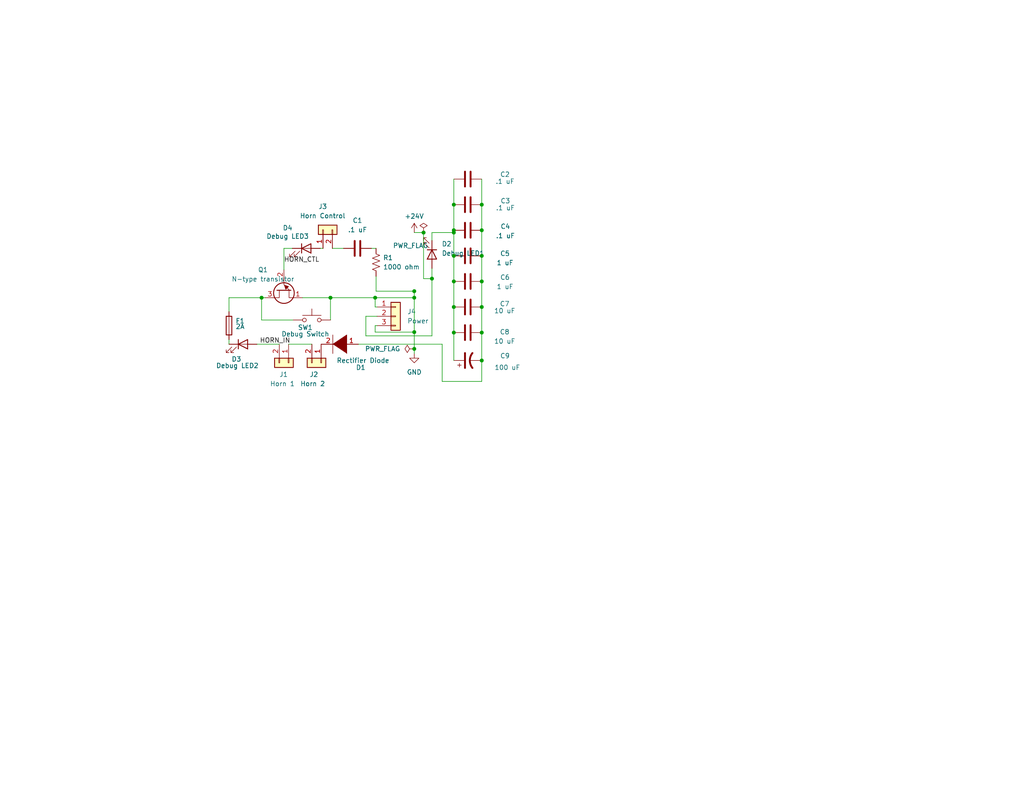
<source format=kicad_sch>
(kicad_sch (version 20230121) (generator eeschema)
  (paper "USLetter")
  (title_block (title "Template") (date "2023-09-23") (rev "1.0") (company "Illini Solar Car") (comment 1 "Designed By: Jake Ashpole"))
  (lib_symbols
    (symbol "Connector_Generic:Conn_01x02" (pin_names (offset 1.016) hide)
      (property "Reference" "J" (at 0 2.54 0))
      (property "Value" "Conn_01x02" (at 0 -5.08 0))
      (symbol "Conn_01x02_1_1"
        (rectangle (start -1.27 -2.413) (end 0 -2.667) (stroke (width 0.1524)))
        (rectangle (start -1.27 0.127) (end 0 -0.127) (stroke (width 0.1524)))
        (rectangle (start -1.27 1.27) (end 1.27 -3.81) (stroke (width 0.254)) (fill (type background)))
        (pin passive line (at -5.08 0 0) (length 3.81) (name "Pin_1") (number "1"))
        (pin passive line (at -5.08 -2.54 0) (length 3.81) (name "Pin_2") (number "2"))
      )
    )
    (symbol "Connector_Generic:Conn_01x03" (pin_names (offset 1.016) hide)
      (property "Reference" "J" (at 0 5.08 0))
      (property "Value" "Conn_01x03" (at 0 -5.08 0))
      (symbol "Conn_01x03_1_1"
        (rectangle (start -1.27 -2.413) (end 0 -2.667) (stroke (width 0.1524)))
        (rectangle (start -1.27 0.127) (end 0 -0.127) (stroke (width 0.1524)))
        (rectangle (start -1.27 2.667) (end 0 2.413) (stroke (width 0.1524)))
        (rectangle (start -1.27 3.81) (end 1.27 -3.81) (stroke (width 0.254)) (fill (type background)))
        (pin passive line (at -5.08 2.54 0) (length 3.81) (name "Pin_1") (number "1"))
        (pin passive line (at -5.08 0 0) (length 3.81) (name "Pin_2") (number "2"))
        (pin passive line (at -5.08 -2.54 0) (length 3.81) (name "Pin_3") (number "3"))
      )
    )
    (symbol "Device:C" (pin_numbers hide) (pin_names (offset 0.254))
      (property "Reference" "C" (at 0.635 2.54 0))
      (property "Value" "C" (at 0.635 -2.54 0))
      (symbol "C_0_1"
        (polyline (pts (xy -2.032 -0.762) (xy 2.032 -0.762)) (stroke (width 0.508)))
        (polyline (pts (xy -2.032 0.762) (xy 2.032 0.762)) (stroke (width 0.508)))
      )
      (symbol "C_1_1"
        (pin passive line (at 0 3.81 270) (length 2.794) (name "~") (number "1"))
        (pin passive line (at 0 -3.81 90) (length 2.794) (name "~") (number "2"))
      )
    )
    (symbol "Device:Q_NUJT_BEB" (pin_names (offset 0) hide)
      (property "Reference" "Q" (at 5.08 1.27 0))
      (property "Value" "Q_NUJT_BEB" (at 5.08 -1.27 0))
      (symbol "Q_NUJT_BEB_0_1"
        (polyline (pts (xy -2.54 0) (xy -1.016 0) (xy 0.508 1.524)))
        (polyline (pts (xy 0.508 1.905) (xy 0.508 -1.905) (xy 0.508 -1.905)) (stroke (width 0.254)))
        (polyline (pts (xy 2.54 -2.54) (xy 2.54 -1.27) (xy 0.508 -1.27)))
        (polyline (pts (xy 2.54 2.54) (xy 2.54 1.397) (xy 0.508 1.397)))
        (polyline (pts (xy -0.889 0.127) (xy -0.508 1.27) (xy 0.254 0.508) (xy -0.889 0.127)) (fill (type outline)))
        (circle (center 1.27 0) (radius 2.8194) (stroke (width 0.254)))
      )
      (symbol "Q_NUJT_BEB_1_1"
        (pin passive line (at 2.54 5.08 270) (length 2.54) (name "B2") (number "1"))
        (pin input line (at -5.08 0 0) (length 2.54) (name "E") (number "2"))
        (pin passive line (at 2.54 -5.08 90) (length 2.54) (name "B1") (number "3"))
      )
    )
    (symbol "Device:R_US" (pin_numbers hide) (pin_names (offset 0))
      (property "Reference" "R" (at 2.54 0 90))
      (property "Value" "R_US" (at -2.54 0 90))
      (symbol "R_US_0_1"
        (polyline (pts (xy 0 -2.286) (xy 0 -2.54)))
        (polyline (pts (xy 0 2.286) (xy 0 2.54)))
        (polyline (pts (xy 0 -0.762) (xy 1.016 -1.143) (xy 0 -1.524) (xy -1.016 -1.905) (xy 0 -2.286)))
        (polyline (pts (xy 0 0.762) (xy 1.016 0.381) (xy 0 0) (xy -1.016 -0.381) (xy 0 -0.762)))
        (polyline (pts (xy 0 2.286) (xy 1.016 1.905) (xy 0 1.524) (xy -1.016 1.143) (xy 0 0.762)))
      )
      (symbol "R_US_1_1"
        (pin passive line (at 0 3.81 270) (length 1.27) (name "~") (number "1"))
        (pin passive line (at 0 -3.81 90) (length 1.27) (name "~") (number "2"))
      )
    )
    (symbol "Switch:SW_Push" (pin_numbers hide) (pin_names (offset 1.016) hide)
      (property "Reference" "SW" (at 1.27 2.54 0))
      (property "Value" "SW_Push" (at 0 -1.524 0))
      (symbol "SW_Push_0_1"
        (circle (center -2.032 0) (radius 0.508))
        (polyline (pts (xy 0 1.27) (xy 0 3.048)))
        (polyline (pts (xy 2.54 1.27) (xy -2.54 1.27)))
        (circle (center 2.032 0) (radius 0.508))
        (pin passive line (at -5.08 0 0) (length 2.54) (name "1") (number "1"))
        (pin passive line (at 5.08 0 180) (length 2.54) (name "2") (number "2"))
      )
    )
    (symbol "device:C_Polarized_US" (pin_numbers hide) (pin_names (offset 0.254) hide)
      (property "Reference" "C" (at 0.635 2.54 0))
      (property "Value" "C_Polarized_US" (at 0.635 -2.54 0))
      (symbol "C_Polarized_US_0_1"
        (polyline (pts (xy -2.032 0.762) (xy 2.032 0.762)) (stroke (width 0.508)))
        (polyline (pts (xy -1.778 2.286) (xy -0.762 2.286)))
        (polyline (pts (xy -1.27 1.778) (xy -1.27 2.794)))
        (arc (start 2.032 -1.27) (mid 0 -0.5572) (end -2.032 -1.27) (stroke (width 0.508)))
      )
      (symbol "C_Polarized_US_1_1"
        (pin passive line (at 0 3.81 270) (length 2.794) (name "~") (number "1"))
        (pin passive line (at 0 -3.81 90) (length 3.302) (name "~") (number "2"))
      )
    )
    (symbol "device:Fuse" (pin_numbers hide) (pin_names (offset 0))
      (property "Reference" "F" (at 2.032 0 90))
      (property "Value" "Fuse" (at -1.905 0 90))
      (symbol "Fuse_0_1"
        (rectangle (start -0.762 -2.54) (end 0.762 2.54) (stroke (width 0.254)))
        (polyline (pts (xy 0 2.54) (xy 0 -2.54)))
      )
      (symbol "Fuse_1_1"
        (pin passive line (at 0 3.81 270) (length 1.27) (name "~") (number "1"))
        (pin passive line (at 0 -3.81 90) (length 1.27) (name "~") (number "2"))
      )
    )
    (symbol "device:LED" (pin_numbers hide) (pin_names (offset 1.016) hide)
      (property "Reference" "D" (at 0 2.54 0))
      (property "Value" "LED" (at 0 -2.54 0))
      (symbol "LED_0_1"
        (polyline (pts (xy -1.27 -1.27) (xy -1.27 1.27)) (stroke (width 0.254)))
        (polyline (pts (xy -1.27 0) (xy 1.27 0)))
        (polyline (pts (xy 1.27 -1.27) (xy 1.27 1.27) (xy -1.27 0) (xy 1.27 -1.27)) (stroke (width 0.254)))
        (polyline (pts (xy -3.048 -0.762) (xy -4.572 -2.286) (xy -3.81 -2.286) (xy -4.572 -2.286) (xy -4.572 -1.524)))
        (polyline (pts (xy -1.778 -0.762) (xy -3.302 -2.286) (xy -2.54 -2.286) (xy -3.302 -2.286) (xy -3.302 -1.524)))
      )
      (symbol "LED_1_1"
        (pin passive line (at -3.81 0 0) (length 2.54) (name "K") (number "1"))
        (pin passive line (at 3.81 0 180) (length 2.54) (name "A") (number "2"))
      )
    )
    (symbol "power:+24V" (power) (pin_names (offset 0))
      (property "Value" "+24V" (at 0 3.556 0))
      (symbol "+24V_0_1"
        (polyline (pts (xy -0.762 1.27) (xy 0 2.54)))
        (polyline (pts (xy 0 0) (xy 0 2.54)))
        (polyline (pts (xy 0 2.54) (xy 0.762 1.27)))
      )
      (symbol "+24V_1_1"
        (pin power_in line (at 0 0 90) (length 0) hide (name "+24V") (number "1"))
      )
    )
    (symbol "power:GND" (power) (pin_names (offset 0))
      (property "Value" "GND" (at 0 -3.81 0))
      (symbol "GND_0_1"
        (polyline (pts (xy 0 0) (xy 0 -1.27) (xy 1.27 -1.27) (xy 0 -2.54) (xy -1.27 -1.27) (xy 0 -1.27)))
      )
      (symbol "GND_1_1"
        (pin power_in line (at 0 0 270) (length 0) hide (name "GND") (number "1"))
      )
    )
    (symbol "power:PWR_FLAG" (power) (pin_numbers hide) (pin_names (offset 0) hide)
      (property "Value" "PWR_FLAG" (at 0 3.81 0))
      (symbol "PWR_FLAG_0_0"
        (pin power_out line (at 0 0 90) (length 0) (name "pwr") (number "1"))
      )
      (symbol "PWR_FLAG_0_1"
        (polyline (pts (xy 0 0) (xy 0 1.27) (xy -1.016 1.905) (xy 0 2.54) (xy 1.016 1.905) (xy 0 1.27)))
      )
    )
    (symbol "pspice:DIODE" (pin_names (offset 1.016) hide)
      (property "Reference" "D" (at 0 3.81 0))
      (property "Value" "DIODE" (at 0 -4.445 0))
      (symbol "DIODE_0_1"
        (polyline (pts (xy 1.905 2.54) (xy 1.905 -2.54)))
        (polyline (pts (xy -1.905 2.54) (xy -1.905 -2.54) (xy 1.905 0)) (fill (type outline)))
      )
      (symbol "DIODE_1_1"
        (pin input line (at -5.08 0 0) (length 3.81) (name "K") (number "1"))
        (pin input line (at 5.08 0 180) (length 3.81) (name "A") (number "2"))
      )
    )
  )
  (junction (at 123.825 55.88))
  (junction (at 131.445 62.865))
  (junction (at 113.03 90.678))
  (junction (at 131.445 55.88))
  (junction (at 113.03 95.25))
  (junction (at 123.825 62.865))
  (junction (at 123.825 76.835))
  (junction (at 102.362 81.28))
  (junction (at 113.03 81.28))
  (junction (at 131.445 90.805))
  (junction (at 71.374 81.28))
  (junction (at 131.445 76.835))
  (junction (at 115.57 63.5))
  (junction (at 131.445 83.82))
  (junction (at 131.445 69.85))
  (junction (at 131.445 98.425))
  (junction (at 123.825 63.5))
  (junction (at 90.17 81.28))
  (junction (at 123.825 90.805))
  (junction (at 123.825 69.85))
  (junction (at 117.856 76.073))
  (junction (at 113.03 79.502))
  (junction (at 123.825 83.82))
  (wire (pts (xy 99.822 91.694) (xy 99.822 86.36)))
  (wire (pts (xy 71.374 87.376) (xy 71.374 81.28)))
  (wire (pts (xy 123.825 76.835) (xy 123.825 83.82)))
  (wire (pts (xy 62.484 81.28) (xy 71.374 81.28)))
  (wire (pts (xy 123.825 90.805) (xy 123.825 98.425)))
  (wire (pts (xy 131.445 98.425) (xy 131.445 104.14)))
  (wire (pts (xy 102.362 81.28) (xy 113.03 81.28)))
  (wire (pts (xy 120.65 104.14) (xy 120.65 93.98)))
  (wire (pts (xy 123.825 83.82) (xy 123.825 90.805)))
  (wire (pts (xy 101.346 67.818) (xy 102.616 67.818)))
  (wire (pts (xy 102.362 88.9) (xy 102.362 90.678)))
  (wire (pts (xy 115.57 76.073) (xy 117.856 76.073)))
  (wire (pts (xy 131.445 48.895) (xy 131.445 55.88)))
  (wire (pts (xy 123.825 48.895) (xy 123.825 55.88)))
  (wire (pts (xy 99.822 86.36) (xy 102.87 86.36)))
  (wire (pts (xy 131.445 69.85) (xy 131.445 76.835)))
  (wire (pts (xy 70.104 93.98) (xy 76.2 93.98)))
  (wire (pts (xy 113.03 90.678) (xy 113.03 95.25)))
  (wire (pts (xy 78.74 93.98) (xy 85.09 93.98)))
  (wire (pts (xy 113.03 95.25) (xy 113.03 96.52)))
  (wire (pts (xy 80.01 87.376) (xy 71.374 87.376)))
  (wire (pts (xy 62.484 85.09) (xy 62.484 81.28)))
  (wire (pts (xy 117.856 63.5) (xy 117.856 65.659)))
  (wire (pts (xy 87.376 67.818) (xy 88.138 67.818)))
  (wire (pts (xy 71.374 81.28) (xy 72.39 81.28)))
  (wire (pts (xy 123.825 69.85) (xy 123.825 76.835)))
  (wire (pts (xy 97.79 93.98) (xy 120.65 93.98)))
  (wire (pts (xy 115.57 63.5) (xy 115.57 76.073)))
  (wire (pts (xy 113.03 79.375) (xy 113.03 79.502)))
  (wire (pts (xy 123.825 55.88) (xy 123.825 62.865)))
  (wire (pts (xy 131.445 55.88) (xy 131.445 62.865)))
  (wire (pts (xy 131.445 104.14) (xy 120.65 104.14)))
  (wire (pts (xy 117.856 91.694) (xy 99.822 91.694)))
  (wire (pts (xy 131.445 83.82) (xy 131.445 90.805)))
  (wire (pts (xy 90.678 67.818) (xy 93.726 67.818)))
  (wire (pts (xy 102.362 83.82) (xy 102.362 81.28)))
  (wire (pts (xy 62.484 92.71) (xy 62.484 93.98)))
  (wire (pts (xy 102.616 79.502) (xy 102.616 75.438)))
  (wire (pts (xy 117.856 76.073) (xy 117.856 91.694)))
  (wire (pts (xy 102.362 83.82) (xy 102.87 83.82)))
  (wire (pts (xy 77.47 67.818) (xy 79.756 67.818)))
  (wire (pts (xy 113.03 79.502) (xy 113.03 81.28)))
  (wire (pts (xy 90.17 81.28) (xy 102.362 81.28)))
  (wire (pts (xy 90.17 81.28) (xy 90.17 87.376)))
  (wire (pts (xy 117.856 63.5) (xy 123.825 63.5)))
  (wire (pts (xy 131.445 62.865) (xy 131.445 69.85)))
  (wire (pts (xy 113.03 63.5) (xy 115.57 63.5)))
  (wire (pts (xy 102.362 90.678) (xy 113.03 90.678)))
  (wire (pts (xy 131.445 90.805) (xy 131.445 98.425)))
  (wire (pts (xy 123.825 63.5) (xy 123.825 69.85)))
  (wire (pts (xy 131.445 76.835) (xy 131.445 83.82)))
  (wire (pts (xy 113.03 79.502) (xy 102.616 79.502)))
  (wire (pts (xy 113.03 81.28) (xy 113.03 90.678)))
  (wire (pts (xy 82.55 81.28) (xy 90.17 81.28)))
  (wire (pts (xy 77.47 67.818) (xy 77.47 73.66)))
  (wire (pts (xy 123.825 62.865) (xy 123.825 63.5)))
  (wire (pts (xy 117.856 73.279) (xy 117.856 76.073)))
  (wire (pts (xy 102.362 88.9) (xy 102.87 88.9)))
  (label "HORN_IN" (at 70.866 93.98 0))
  (label "HORN_CTL" (at 77.47 71.882 0))
  (symbol (lib_id "power:GND") (at 113.03 96.52 0) (unit 1)
    (property "Reference" "#PWR02" (effects hide))
    (property "Value" "GND" (at 113.03 101.6 0))
  )
  (symbol (lib_id "Connector_Generic:Conn_01x02") (at 87.63 99.06 270) (unit 1)
    (property "Reference" "J2" (at 84.455 102.235 90) (effects (justify left)))
    (property "Value" "Horn 2" (at 81.915 104.775 90) (effects (justify left)))
    (property "Footprint" "Connector_Molex:Molex_KK-254_AE-6410-02A_1x02_P2.54mm_Vertical" (effects hide))
  )
  (symbol (lib_id "pspice:DIODE") (at 92.71 93.98 180) (unit 1)
    (property "Reference" "D1" (at 98.425 100.33 0))
    (property "Value" "Rectifier Diode" (at 99.06 98.425 0))
    (property "Footprint" "Diode_SMD:D_3220_8050Metric_Pad2.65x5.15mm_HandSolder" (effects hide))
    (property "Datasheet" "https://www.mouser.com/datasheet/2/115/diodes%20inc._ds14002-1163889.pdf" (effects hide))
  )
  (symbol (lib_id "Connector_Generic:Conn_01x02") (at 78.74 99.06 270) (unit 1)
    (property "Reference" "J1" (at 76.2 102.235 90) (effects (justify left)))
    (property "Value" "Horn 1" (at 73.66 104.775 90) (effects (justify left)))
    (property "Footprint" "Connector_Molex:Molex_KK-254_AE-6410-02A_1x02_P2.54mm_Vertical" (effects hide))
  )
  (symbol (lib_id "Device:C") (at 127.635 83.82 90) (unit 1)
    (property "Reference" "C7" (at 137.707 82.9557 90))
    (property "Value" "10 uF" (at 137.707 84.8607 90))
    (property "Footprint" "Capacitor_SMD:CP_Elec_5x4.4" (effects hide))
  )
  (symbol (lib_id "Device:R_US") (at 102.616 71.628 180) (unit 1)
    (property "Reference" "R1" (at 104.521 70.358 0) (effects (justify right)))
    (property "Value" "1000 ohm" (at 104.521 72.898 0) (effects (justify right)))
    (property "Footprint" "Resistor_SMD:R_0603_1608Metric_Pad0.98x0.95mm_HandSolder" (effects hide))
  )
  (symbol (lib_id "device:Fuse") (at 62.484 88.9 0) (unit 1)
    (property "Reference" "F1" (at 64.262 87.63 0) (effects (justify left)))
    (property "Value" "2A" (at 64.262 89.154 0) (effects (justify left)))
    (property "Footprint" "Fuse:Fuse_0603_1608Metric_Pad1.05x0.95mm_HandSolder" (effects hide))
  )
  (symbol (lib_id "device:LED") (at 117.856 69.469 270) (unit 1)
    (property "Reference" "D2" (at 120.523 66.6115 90) (effects (justify left)))
    (property "Value" "Debug LED1" (at 120.523 69.1515 90) (effects (justify left)))
    (property "Footprint" "layout:LED_0603_Symbol_on_F.SilkS" (effects hide))
  )
  (symbol (lib_id "device:LED") (at 83.566 67.818 0) (unit 1)
    (property "Reference" "D4" (at 78.486 62.23 0))
    (property "Value" "Debug LED3" (at 78.486 64.516 0))
    (property "Footprint" "layout:LED_0603_Symbol_on_F.SilkS" (effects hide))
  )
  (symbol (lib_id "Device:C") (at 97.536 67.818 90) (unit 1)
    (property "Reference" "C1" (at 97.536 60.198 90))
    (property "Value" ".1 uF" (at 97.536 62.738 90))
    (property "Footprint" "Capacitor_SMD:CP_Elec_4x3" (effects hide))
    (property "Datasheet" "https://www.vishay.com/docs/45171/kseries.pdf" (effects hide))
  )
  (symbol (lib_id "Device:C") (at 127.635 62.865 90) (unit 1)
    (property "Reference" "C4" (at 137.8895 61.8348 90))
    (property "Value" ".1 uF" (at 137.8895 64.3748 90))
    (property "Footprint" "Capacitor_SMD:CP_Elec_4x3" (effects hide))
    (property "Datasheet" "https://www.vishay.com/docs/45171/kseries.pdf" (effects hide))
  )
  (symbol (lib_id "Device:C") (at 127.635 55.88 90) (unit 1)
    (property "Reference" "C3" (at 137.8895 54.8498 90))
    (property "Value" ".1 uF" (at 137.8895 56.7548 90))
    (property "Footprint" "Capacitor_SMD:CP_Elec_4x3" (effects hide))
    (property "Datasheet" "https://www.vishay.com/docs/45171/kseries.pdf" (effects hide))
  )
  (symbol (lib_id "Switch:SW_Push") (at 85.09 87.376 0) (unit 1)
    (property "Reference" "SW1" (at 83.312 89.408 0))
    (property "Value" "Debug Switch" (at 83.312 91.186 0))
    (property "Footprint" "Button_Switch_SMD:SW_DIP_SPSTx01_Slide_6.7x4.1mm_W8.61mm_P2.54mm_LowProfile" (effects hide))
  )
  (symbol (lib_id "power:+24V") (at 113.03 63.5 0) (unit 1)
    (property "Reference" "#PWR01" (effects hide))
    (property "Value" "+24V" (at 113.03 59.055 0))
  )
  (symbol (lib_id "power:PWR_FLAG") (at 115.57 63.5 0) (unit 1)
    (property "Reference" "#FLG01" (effects hide))
    (property "Value" "PWR_FLAG" (at 112.014 67.056 0))
  )
  (symbol (lib_id "device:LED") (at 66.294 93.98 0) (unit 1)
    (property "Reference" "D3" (at 64.516 98.044 0))
    (property "Value" "Debug LED2" (at 64.77 99.822 0))
    (property "Footprint" "layout:LED_0603_Symbol_on_F.SilkS" (effects hide))
  )
  (symbol (lib_id "power:PWR_FLAG") (at 113.03 95.25 90) (unit 1)
    (property "Reference" "#FLG02" (effects hide))
    (property "Value" "PWR_FLAG" (at 109.22 95.25 90) (effects (justify left)))
  )
  (symbol (lib_id "Device:C") (at 127.635 69.85 90) (unit 1)
    (property "Reference" "C5" (at 137.795 69.215 90))
    (property "Value" "1 uF" (at 137.795 71.755 90))
    (property "Footprint" "Capacitor_SMD:CP_Elec_4x5.4" (effects hide))
  )
  (symbol (lib_id "Device:C") (at 127.635 90.805 90) (unit 1)
    (property "Reference" "C8" (at 137.707 90.6276 90))
    (property "Value" "10 uF" (at 137.707 93.1676 90))
    (property "Footprint" "Capacitor_SMD:CP_Elec_5x4.4" (effects hide))
  )
  (symbol (lib_id "Device:C") (at 127.635 76.835 90) (unit 1)
    (property "Reference" "C6" (at 137.795 75.7239 90))
    (property "Value" "1 uF" (at 137.795 78.2639 90))
    (property "Footprint" "Capacitor_SMD:CP_Elec_4x5.4" (effects hide))
  )
  (symbol (lib_id "Device:Q_NUJT_BEB") (at 77.47 78.74 270) (unit 1)
    (property "Reference" "Q1" (at 71.755 73.66 90))
    (property "Value" "N-type transistor" (at 71.755 76.2 90))
    (property "Footprint" "Package_TO_SOT_THT:TO-92L_HandSolder" (effects hide))
    (property "Datasheet" "https://www.vishay.com/docs/91420/sihfr010.pdf" (effects hide))
  )
  (symbol (lib_id "Connector_Generic:Conn_01x02") (at 88.138 62.738 90) (unit 1)
    (property "Reference" "J3" (at 86.868 56.388 90) (effects (justify right)))
    (property "Value" "Horn Control" (at 81.788 58.928 90) (effects (justify right)))
    (property "Footprint" "Connector_Molex:Molex_KK-254_AE-6410-02A_1x02_P2.54mm_Vertical" (effects hide))
  )
  (symbol (lib_id "device:C_Polarized_US") (at 127.635 98.425 90) (unit 1)
    (property "Reference" "C9" (at 137.795 97.155 90))
    (property "Value" "100 uF" (at 138.43 100.33 90))
    (property "Footprint" "Capacitor_SMD:CP_Elec_5x5.9" (effects hide))
    (property "Datasheet" "https://www.vishay.com/docs/28316/116rll.pdf" (effects hide))
  )
  (symbol (lib_id "Device:C") (at 127.635 48.895 90) (unit 1)
    (property "Reference" "C2" (at 137.795 47.625 90))
    (property "Value" ".1 uF" (at 137.795 49.53 90))
    (property "Footprint" "Capacitor_SMD:CP_Elec_4x3" (effects hide))
    (property "Datasheet" "https://www.vishay.com/docs/45171/kseries.pdf" (effects hide))
  )
  (symbol (lib_id "Connector_Generic:Conn_01x03") (at 107.95 86.36 0) (unit 1)
    (property "Reference" "J4" (at 111.125 85.09 0) (effects (justify left)))
    (property "Value" "Power" (at 111.125 87.63 0) (effects (justify left)))
    (property "Footprint" "Connector_Molex:Molex_KK-254_AE-6410-03A_1x03_P2.54mm_Vertical" (effects hide))
  )
)
</source>
